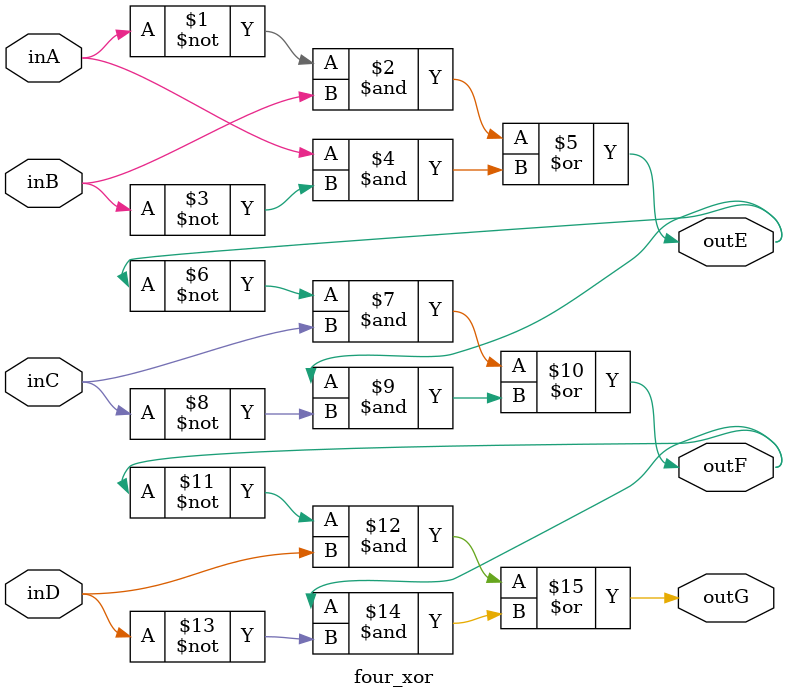
<source format=v>
`timescale 1ns / 1ps

module four_xor(inA, inB, inC, inD, outE, outF, outG);

input inA, inB, inC, inD;
output outE, outF, outG;

assign outE = (~inA & inB ) | (inA & ~inB);
assign outF = (~outE & inC ) | (outE & ~inC);
assign outG = (~outF & inD ) | (outF & ~inD);

endmodule

</source>
